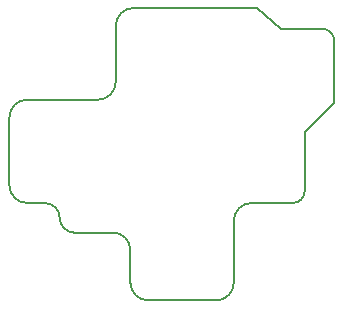
<source format=gbr>
%TF.GenerationSoftware,KiCad,Pcbnew,(6.0.5)*%
%TF.CreationDate,2022-06-14T23:06:24-04:00*%
%TF.ProjectId,1bp-m3,3162702d-6d33-42e6-9b69-6361645f7063,A*%
%TF.SameCoordinates,Original*%
%TF.FileFunction,Profile,NP*%
%FSLAX46Y46*%
G04 Gerber Fmt 4.6, Leading zero omitted, Abs format (unit mm)*
G04 Created by KiCad (PCBNEW (6.0.5)) date 2022-06-14 23:06:24*
%MOMM*%
%LPD*%
G01*
G04 APERTURE LIST*
%TA.AperFunction,Profile*%
%ADD10C,0.203200*%
%TD*%
G04 APERTURE END LIST*
D10*
X124500000Y-84250000D02*
X124500000Y-79500000D01*
X126000000Y-78000000D02*
G75*
G03*
X124500000Y-79500000I0J-1500000D01*
G01*
X123000000Y-85750000D02*
G75*
G03*
X124500000Y-84250000I0J1500000D01*
G01*
X117000000Y-85750000D02*
G75*
G03*
X115500000Y-87250000I0J-1500000D01*
G01*
X115500000Y-93000000D02*
G75*
G03*
X117000000Y-94500000I1500000J0D01*
G01*
X125750000Y-98500000D02*
G75*
G03*
X124250000Y-97000000I-1500000J0D01*
G01*
X125750000Y-101250000D02*
G75*
G03*
X127250000Y-102750000I1500000J0D01*
G01*
X124250000Y-97000000D02*
X121000000Y-97000000D01*
X125750000Y-101250000D02*
X125750000Y-98500000D01*
X127250000Y-102750000D02*
X133000000Y-102750000D01*
X136000000Y-94500000D02*
G75*
G03*
X134500000Y-96000000I0J-1500000D01*
G01*
X139500000Y-94500000D02*
G75*
G03*
X140500000Y-93500000I0J1000000D01*
G01*
X139500000Y-94500000D02*
X136000000Y-94500000D01*
X119750000Y-95750000D02*
G75*
G03*
X121000000Y-97000000I1250000J0D01*
G01*
X119750000Y-95750000D02*
G75*
G03*
X118500000Y-94500000I-1250000J0D01*
G01*
X117000000Y-94500000D02*
X118500000Y-94500000D01*
X143000000Y-80750000D02*
G75*
G03*
X142000000Y-79750000I-1000000J0D01*
G01*
X143000000Y-86000000D02*
X140500000Y-88500000D01*
X143000000Y-86000000D02*
X143000000Y-80750000D01*
X136500000Y-78000000D02*
X126000000Y-78000000D01*
X140500000Y-93500000D02*
X140500000Y-88500000D01*
X115500000Y-87250000D02*
X115500000Y-93000000D01*
X133000000Y-102750000D02*
G75*
G03*
X134500000Y-101250000I0J1500000D01*
G01*
X123000000Y-85750000D02*
X117000000Y-85750000D01*
X138500000Y-79750000D02*
X142000000Y-79750000D01*
X134500000Y-101250000D02*
X134500000Y-96000000D01*
X138500000Y-79750000D02*
X136500000Y-78000000D01*
M02*

</source>
